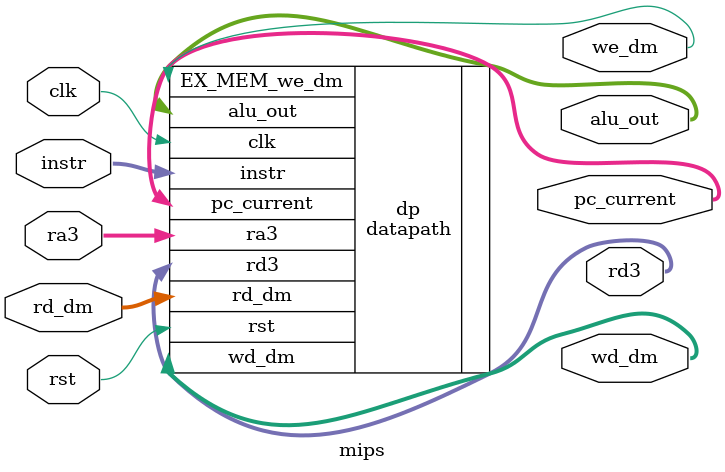
<source format=v>
module mips (
        input  wire        clk,
        input  wire        rst,
        input  wire [4:0]  ra3,
        input  wire [31:0] instr,
        input  wire [31:0] rd_dm,
        output wire        we_dm,
        output wire [31:0] pc_current,
        output wire [31:0] alu_out,
        output wire [31:0] wd_dm,
        output wire [31:0] rd3
    );
    


    datapath dp (
            .clk            (clk),
            .rst            (rst),
            .ra3            (ra3),
            .instr          (instr),
            .rd_dm          (rd_dm),
            .pc_current     (pc_current),
            .alu_out        (alu_out),
            .wd_dm          (wd_dm),
            .rd3            (rd3),
            .EX_MEM_we_dm  (we_dm)
        );


endmodule
</source>
